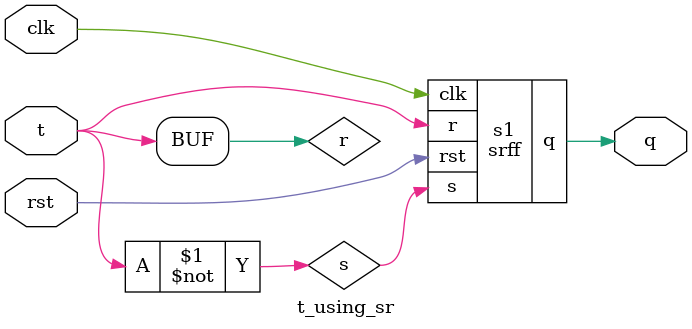
<source format=v>
module srff(input s,r,clk,rst, output reg q);
always @(posedge clk) begin
	if(rst) begin
		q<=0;
	end
	else begin
		case({s,r})
			2'b00: q<=q;
			2'b01: q<=1'b0;
			2'b10: q<=1'b1;
			2'b11: q<=1'bx;
			default: q<=1'b0;
		endcase
	end
end
endmodule

module t_using_sr(input t,clk,rst, output q);
wire s,r;
assign s=~t;
assign r=t;
srff s1(.s(s),.r(r),.clk(clk),.rst(rst),.q(q));
endmodule

</source>
